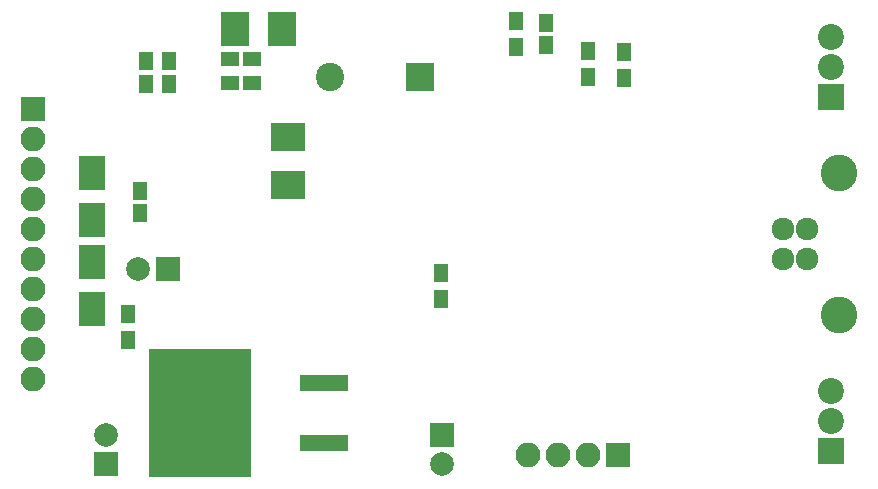
<source format=gbr>
%TF.GenerationSoftware,KiCad,Pcbnew,4.0.7-e2-6376~58~ubuntu16.04.1*%
%TF.CreationDate,2017-12-07T11:47:19+02:00*%
%TF.ProjectId,Rover_Commander_v3.1a,526F7665725F436F6D6D616E6465725F,rev?*%
%TF.FileFunction,Soldermask,Top*%
%FSLAX46Y46*%
G04 Gerber Fmt 4.6, Leading zero omitted, Abs format (unit mm)*
G04 Created by KiCad (PCBNEW 4.0.7-e2-6376~58~ubuntu16.04.1) date Thu Dec  7 11:47:19 2017*
%MOMM*%
%LPD*%
G01*
G04 APERTURE LIST*
%ADD10C,0.100000*%
%ADD11R,2.400000X2.400000*%
%ADD12C,2.400000*%
%ADD13R,1.150000X1.600000*%
%ADD14R,1.600000X1.150000*%
%ADD15R,2.400000X2.900000*%
%ADD16R,2.900000X2.400000*%
%ADD17R,2.200000X2.200000*%
%ADD18C,2.200000*%
%ADD19R,1.300000X1.600000*%
%ADD20C,1.920000*%
%ADD21C,3.100000*%
%ADD22R,2.100000X2.100000*%
%ADD23O,2.100000X2.100000*%
%ADD24R,2.000000X2.000000*%
%ADD25C,2.000000*%
%ADD26R,4.150000X1.450000*%
%ADD27R,8.700000X10.900000*%
%ADD28R,2.200000X2.900000*%
G04 APERTURE END LIST*
D10*
D11*
X142220000Y-86868000D03*
D12*
X134620000Y-86868000D03*
D13*
X121000000Y-87450000D03*
X121000000Y-85550000D03*
D14*
X126116000Y-85344000D03*
X128016000Y-85344000D03*
D13*
X152908000Y-84196000D03*
X152908000Y-82296000D03*
X119000000Y-87450000D03*
X119000000Y-85550000D03*
D14*
X126116000Y-87376000D03*
X128016000Y-87376000D03*
D13*
X118550000Y-96500000D03*
X118550000Y-98400000D03*
D15*
X126556000Y-82804000D03*
X130556000Y-82804000D03*
D16*
X131064000Y-91980000D03*
X131064000Y-95980000D03*
D17*
X177000000Y-118540000D03*
D18*
X177000000Y-116000000D03*
X177000000Y-113460000D03*
D17*
X177000000Y-88540000D03*
D18*
X177000000Y-86000000D03*
X177000000Y-83460000D03*
D19*
X150368000Y-84328000D03*
X150368000Y-82128000D03*
X117500000Y-109100000D03*
X117500000Y-106900000D03*
X144000000Y-103500000D03*
X144000000Y-105700000D03*
D20*
X173000000Y-102290000D03*
X173000000Y-99750000D03*
X175000000Y-99750000D03*
X175000000Y-102290000D03*
D21*
X177700000Y-107020000D03*
X177700000Y-95020000D03*
D22*
X159004000Y-118872000D03*
D23*
X156464000Y-118872000D03*
X153924000Y-118872000D03*
X151384000Y-118872000D03*
D22*
X109500000Y-89600000D03*
D23*
X109500000Y-92140000D03*
X109500000Y-94680000D03*
X109500000Y-97220000D03*
X109500000Y-99760000D03*
X109500000Y-102300000D03*
X109500000Y-104840000D03*
X109500000Y-107380000D03*
X109500000Y-109920000D03*
X109500000Y-112460000D03*
D24*
X115648000Y-119652000D03*
D25*
X115648000Y-117152000D03*
D24*
X144112000Y-117152000D03*
D25*
X144112000Y-119652000D03*
D19*
X156464000Y-84668000D03*
X156464000Y-86868000D03*
X159512000Y-84752000D03*
X159512000Y-86952000D03*
D24*
X120864000Y-103124000D03*
D25*
X118364000Y-103124000D03*
D26*
X134112000Y-117856000D03*
X134112000Y-112776000D03*
D27*
X123612000Y-115316000D03*
D28*
X114500000Y-95000000D03*
X114500000Y-99000000D03*
X114500000Y-106500000D03*
X114500000Y-102500000D03*
M02*

</source>
